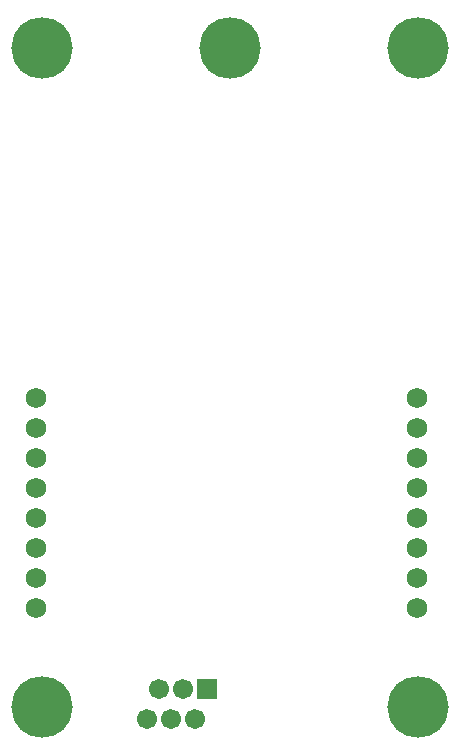
<source format=gbs>
G04 Layer: BottomSolderMaskLayer*
G04 EasyEDA v6.4.31, 2022-02-28 12:57:49*
G04 375ee36b19e9497eac9c01c2f8449273,7b35ab87edb5478c89a92b32cd25319b,10*
G04 Gerber Generator version 0.2*
G04 Scale: 100 percent, Rotated: No, Reflected: No *
G04 Dimensions in millimeters *
G04 leading zeros omitted , absolute positions ,4 integer and 5 decimal *
%FSLAX45Y45*%
%MOMM*%

%ADD18C,1.7272*%
%ADD19C,1.7016*%
%ADD21C,5.2032*%

%LPD*%
D18*
G01*
X961400Y3757300D03*
G01*
X961400Y3503300D03*
G01*
X961400Y3249300D03*
G01*
X961400Y2995300D03*
G01*
X961400Y2741300D03*
G01*
X961400Y2487300D03*
G01*
X961400Y2233300D03*
G01*
X961400Y1979300D03*
G01*
X4187200Y1979300D03*
G01*
X4187200Y2233300D03*
G01*
X4187200Y2487300D03*
G01*
X4187200Y2741300D03*
G01*
X4187200Y2995300D03*
G01*
X4187200Y3249300D03*
G01*
X4187200Y3503300D03*
G01*
X4187200Y3757300D03*
D19*
G01*
X2108009Y1041400D03*
G01*
X2209990Y1295400D03*
G01*
X2311996Y1041400D03*
G36*
X2328925Y1210310D02*
G01*
X2328925Y1380489D01*
X2499106Y1380489D01*
X2499106Y1210310D01*
G37*
G01*
X1903996Y1041400D03*
G01*
X2006003Y1295400D03*
D21*
G01*
X1011999Y1141999D03*
G01*
X4199999Y1141999D03*
G01*
X1011999Y6721000D03*
G01*
X4199999Y6721000D03*
G01*
X2605999Y6721000D03*
M02*

</source>
